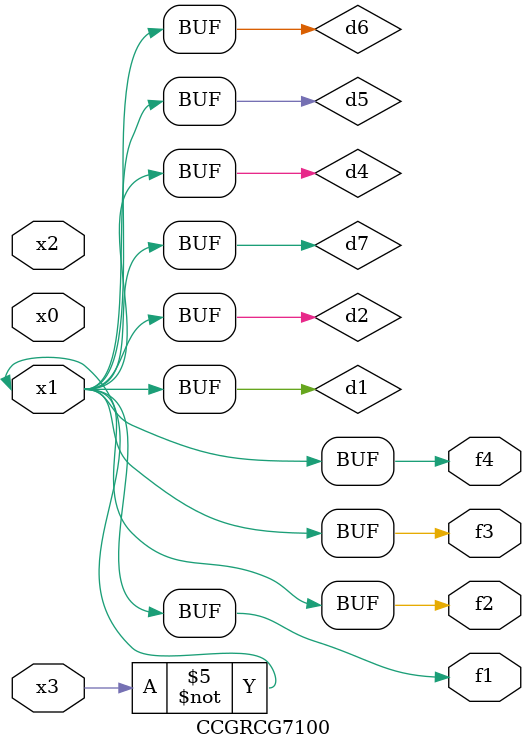
<source format=v>
module CCGRCG7100(
	input x0, x1, x2, x3,
	output f1, f2, f3, f4
);

	wire d1, d2, d3, d4, d5, d6, d7;

	not (d1, x3);
	buf (d2, x1);
	xnor (d3, d1, d2);
	nor (d4, d1);
	buf (d5, d1, d2);
	buf (d6, d4, d5);
	nand (d7, d4);
	assign f1 = d6;
	assign f2 = d7;
	assign f3 = d6;
	assign f4 = d6;
endmodule

</source>
